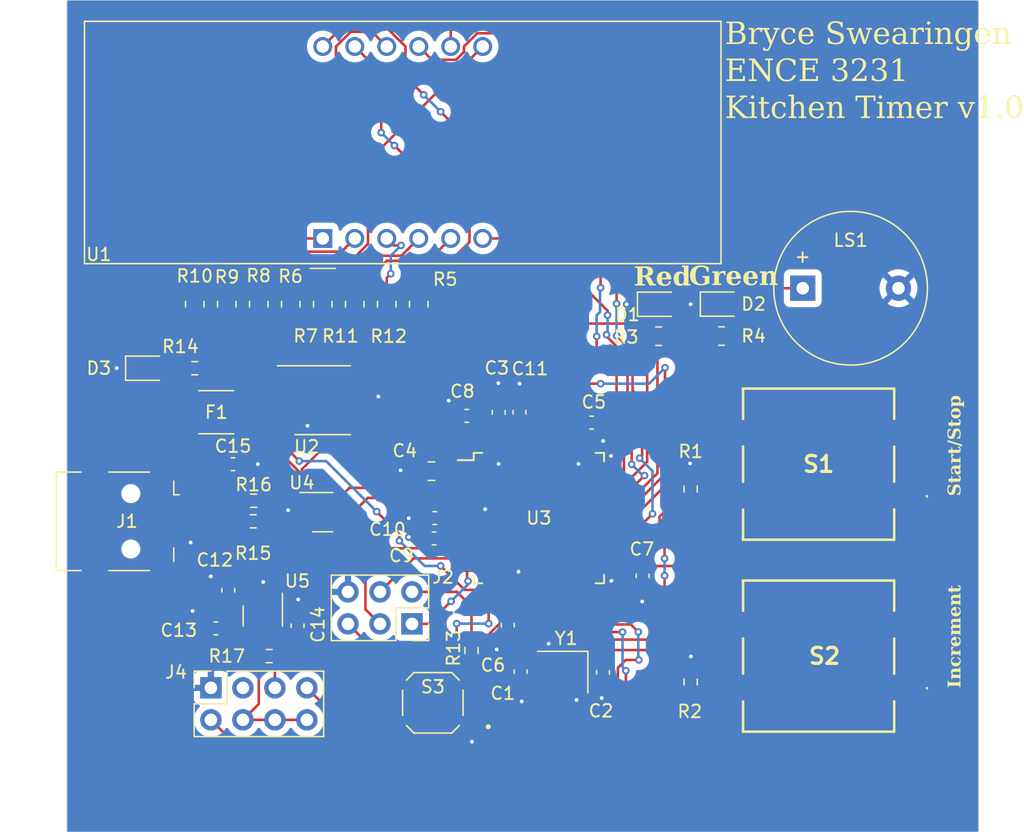
<source format=kicad_pcb>
(kicad_pcb (version 20221018) (generator pcbnew)
  (title_block (date "mar. 31 mars 2015"))
  (layers (0 "F.Cu" signal) (31 "B.Cu" signal) (34 "B.Paste" user) (35 "F.Paste" user) (36 "B.SilkS" user "B.Silkscreen") (37 "F.SilkS" user "F.Silkscreen") (38 "B.Mask" user) (39 "F.Mask" user) (44 "Edge.Cuts" user))
  (net 0 "")
  (net 1 "GND")
  (net 2 "+5V")
  (net 3 "/AREF")
  (net 4 "Buzzer")
  (net 5 "+3V3")
  (net 6 "Net-(D1-A)")
  (net 7 "Net-(D2-A)")
  (net 8 "GREEN_LED")
  (net 9 "e")
  (net 10 "Net-(U1-e)")
  (net 11 "Net-(D3-A)")
  (net 12 "dp")
  (net 13 "Net-(U1-DPX)")
  (net 14 "g")
  (net 15 "Net-(U1-g)")
  (net 16 "f")
  (net 17 "Net-(U1-f)")
  (net 18 "d")
  (net 19 "Net-(U1-d)")
  (net 20 "c")
  (net 21 "Net-(U1-c)")
  (net 22 "RED_LED")
  (net 23 "b")
  (net 24 "Net-(U1-b)")
  (net 25 "a")
  (net 26 "Net-(U1-a)")
  (net 27 "Button_1")
  (net 28 "Button_2")
  (net 29 "Net-(J4-Pin_5)")
  (net 30 "USB_CONN_D-")
  (net 31 "Net-(J1-D-)")
  (net 32 "Net-(J1-D+)")
  (net 33 "USB_CONN_D+")
  (net 34 "RST")
  (net 35 "USB_D+")
  (net 36 "USB_D-")
  (net 37 "Net-(U5-BP)")
  (net 39 "SH_CP")
  (net 40 "ST_CP")
  (net 41 "DS")
  (net 42 "/UCAP")
  (net 44 "SCK")
  (net 45 "MOSI")
  (net 46 "MISO")
  (net 47 "Dig3")
  (net 48 "XTAL2")
  (net 49 "XTAL1")
  (net 50 "TX")
  (net 51 "RX")
  (net 53 "Dig2")
  (net 54 "Dig4")
  (net 55 "Dig1")
  (net 62 "Net-(J1-VBUS)")
  (net 64 "unconnected-(J1-Shield-Pad6)")
  (footprint "Resistor_SMD:R_0805_2012Metric" (layer "F.Cu") (at 86.83 44.16 90)
    (fp_text reference "R12")
    (fp_text value "100")
  )
  (footprint "Resistor_SMD:R_0805_2012Metric" (layer "F.Cu") (at 74.13 44.16 90)
    (fp_text reference "R9")
    (fp_text value "100")
  )
  (footprint "PTS526_SMD_Button:PTS526_SMD_Button" (layer "F.Cu") (at 90.489992 75.808313 180)
    (fp_text reference "S3")
    (fp_text value "PTS526_SM08_SMTR2_LFS")
  )
  (footprint "Resistor_SMD:R_0603_1608Metric" (layer "F.Cu") (at 71.59 49.24 180)
    (fp_text reference "R14")
    (fp_text value "1k")
  )
  (footprint "Resistor_SMD:R_0805_2012Metric" (layer "F.Cu") (at 89.37 44.16 90)
    (fp_text reference "R5")
    (fp_text value "100")
  )
  (footprint "Package_SO:TSSOP-16_4.4x5mm_P0.65mm" (layer "F.Cu") (at 81.75 51.78)
    (fp_text reference "U2")
    (fp_text value "74HC595")
  )
  (footprint "Buzzer_Beeper:Buzzer_12x9.5RM7.6" (layer "F.Cu") (at 119.86 42.89)
    (fp_text reference "LS1")
    (fp_text value "Speaker")
  )
  (footprint "Capacitor_SMD:C_0603_1608Metric" (layer "F.Cu") (at 74.247873 66.863314 90)
    (fp_text reference "C12")
    (fp_text value "1uF")
  )
  (footprint "Capacitor_SMD:C_0603_1608Metric" (layer "F.Cu") (at 93.18 53.025 180)
    (fp_text reference "C8")
    (fp_text value "0.1uF")
  )
  (footprint "Connector_PinSocket_2.54mm:PinSocket_2x04_P2.54mm_Vertical" (layer "F.Cu") (at 72.87 74.62 90)
    (fp_text reference "J4")
    (fp_text value "ESP_Conn")
  )
  (footprint "Fuse:Fuse_1812_4532Metric" (layer "F.Cu") (at 73.296984 52.735557)
    (fp_text reference "F1")
    (fp_text value "PTCSMD")
  )
  (footprint "LED_SMD:LED_0805_2012Metric" (layer "F.Cu") (at 67.78 49.24)
    (fp_text reference "D3")
    (fp_text value "LED")
  )
  (footprint "Package_TO_SOT_SMD:SOT-23-6" (layer "F.Cu") (at 81.75 60.67)
    (fp_text reference "U4")
    (fp_text value "USBLC6-2SC6")
  )
  (footprint "Resistor_SMD:R_0603_1608Metric" (layer "F.Cu") (at 77.495 72.1)
    (fp_text reference "R17")
    (fp_text value "10k")
  )
  (footprint "Crystal:Crystal_SMD_Abracon_ABM8G-4Pin_3.2x2.5mm" (layer "F.Cu") (at 100.8 73.37 180)
    (fp_text reference "Y1")
    (fp_text value "16MHz")
  )
  (footprint "Capacitor_SMD:C_0603_1608Metric" (layer "F.Cu") (at 95.72 52.745 90)
    (fp_text reference "C3")
    (fp_text value "0.1uF")
  )
  (footprint "Capacitor_SMD:C_0805_2012Metric" (layer "F.Cu") (at 90.379126 57.416113 180)
    (fp_text reference "C4")
    (fp_text value "10uF")
  )
  (footprint "Connector_PinSocket_2.54mm:PinSocket_2x03_P2.54mm_Vertical" (layer "F.Cu") (at 88.832554 69.54 -90)
    (fp_text reference "J2")
    (fp_text value "AVR-ISP-6")
  )
  (footprint "Resistor_SMD:R_0603_1608Metric" (layer "F.Cu") (at 110.96 58.836827 90)
    (fp_text reference "R1")
    (fp_text value "10k")
  )
  (footprint "Resistor_SMD:R_0805_2012Metric" (layer "F.Cu") (at 81.75 44.16 90)
    (fp_text reference "R7")
    (fp_text value "100")
  )
  (footprint "Capacitor_SMD:C_0603_1608Metric" (layer "F.Cu") (at 79.748645 69.689421 90)
    (fp_text reference "C14")
    (fp_text value "2.2uF")
  )
  (footprint "Capacitor_SMD:C_0603_1608Metric" (layer "F.Cu") (at 74.625 56.86)
    (fp_text reference "C15")
    (fp_text value "0.1uF")
  )
  (footprint "Resistor_SMD:R_0805_2012Metric" (layer "F.Cu") (at 71.59 44.16 90)
    (fp_text reference "R10")
    (fp_text value "100")
  )
  (footprint "Resistor_SMD:R_0805_2012Metric" (layer "F.Cu") (at 108.42 46.7)
    (fp_text reference "R3")
    (fp_text value "330")
  )
  (footprint "Resistor_SMD:R_0603_1608Metric" (layer "F.Cu") (at 76.260992 59.761119 180)
    (fp_text reference "R16")
    (fp_text value "22")
  )
  (footprint "Resistor_SMD:R_0603_1608Metric" (layer "F.Cu") (at 110.96 74.155 90)
    (fp_text reference "R2")
    (fp_text value "10k")
  )
  (footprint "Resistor_SMD:R_0805_2012Metric" (layer "F.Cu") (at 76.67 44.16 90)
    (fp_text reference "R8")
    (fp_text value "100")
  )
  (footprint "Capacitor_SMD:C_0603_1608Metric" (layer "F.Cu") (at 90.584836 62.759308 180)
    (fp_text reference "C9")
    (fp_text value "0.1uF")
  )
  (footprint "Connector_USB:USB_Mini-B_Lumberg_2486_01_Horizontal" (layer "F.Cu") (at 66.51 61.396883 -90)
    (fp_text reference "J1")
    (fp_text value "USB_B_Mini")
  )
  (footprint "Capacitor_SMD:C_0603_1608Metric" (layer "F.Cu") (at 97.367029 52.733329 90)
    (fp_text reference "C11")
    (fp_text value "0.1uF")
  )
  (footprint "LED_SMD:LED_0805_2012Metric" (layer "F.Cu") (at 108.42 44.16)
    (fp_text reference "D1")
    (fp_text value "LED")
  )
  (footprint "Capacitor_SMD:C_0603_1608Metric" (layer "F.Cu") (at 90.64 61.14 180)
    (fp_text reference "C10")
    (fp_text value "1uF")
  )
  (footprint "Capacitor_SMD:C_0603_1608Metric" (layer "F.Cu") (at 103.093821 53.558415)
    (fp_text reference "C5")
    (fp_text value "0.1uF")
  )
  (footprint "Package_TO_SOT_SMD:SOT-23-5" (layer "F.Cu") (at 76.99 68.913035 -90)
    (fp_text reference "U5")
    (fp_text value "LP2985_3.3v")
  )
  (footprint "PTS125_SMD_Button:PTS125_SMD_Button" (layer "F.Cu") (at 121.12 72.1 180)
    (fp_text reference "S2")
    (fp_text value "PTS125SM43SMTR21M_LFS" hide)
  )
  (footprint "Capacitor_SMD:C_0603_1608Metric" (layer "F.Cu") (at 73.261209 69.904166 180)
    (fp_text reference "C13")
    (fp_text value "10nF")
  )
  (footprint "Resistor_SMD:R_0805_2012Metric" (layer "F.Cu") (at 79.21 44.16 90)
    (fp_text reference "R6")
    (fp_text value "100")
  )
  (footprint "Package_QFP:TQFP-44_10x10mm_P0.8mm" (layer "F.Cu") (at 98.91 61.14)
    (fp_text reference "U3")
    (fp_text value "ATmega32U4-A")
  )
  (footprint "Resistor_SMD:R_0603_1608Metric" (layer "F.Cu") (at 76.225698 61.396883)
    (fp_text reference "R15")
    (fp_text value "22")
  )
  (footprint "PTS125_SMD_Button:PTS125_SMD_Button" (layer "F.Cu") (at 121.12 56.86 180)
    (fp_text reference "S1")
    (fp_text value "PTS125SM43SMTR21M_LFS" hide)
  )
  (footprint "Resistor_SMD:R_0805_2012Metric" (layer "F.Cu") (at 84.29 44.16 90)
    (fp_text reference "R11")
    (fp_text value "100")
  )
  (footprint "Resistor_SMD:R_0603_1608Metric" (layer "F.Cu") (at 93.56 71.655 -90)
    (fp_text reference "R13")
    (fp_text value "10k")
  )
  (footprint "Capacitor_SMD:C_0603_1608Metric" (layer "F.Cu") (at 104.000881 73.390415 -90)
    (fp_text reference "C2")
    (fp_text value "22pF")
  )
  (footprint "Capacitor_SMD:C_0603_1608Metric" (layer "F.Cu") (at 107.15 65.725 -90)
    (fp_text reference "C7")
    (fp_text value "0.1uF")
  )
  (footprint "Capacitor_SMD:C_0603_1608Metric" (layer "F.Cu") (at 97.46 73.33 -90)
    (fp_text reference "C1")
    (fp_text value "22pF")
  )
  (footprint "Capacitor_SMD:C_0603_1608Metric" (layer "F.Cu") (at 96.439204 69.644691 -90)
    (fp_text reference "C6")
    (fp_text value "0.1uF")
  )
  (footprint "Display_7Segment:CA56-12EWA" (layer "F.Cu") (at 81.75 38.9375 90)
    (fp_text reference "U1")
    (fp_text value "CA56-12EWA")
  )
  (footprint "Resistor_SMD:R_0805_2012Metric" (layer "F.Cu") (at 113.413084 46.68859)
    (fp_text reference "R4")
    (fp_text value "330")
  )
  (footprint "LED_SMD:LED_0805_2012Metric" (layer "F.Cu") (at 113.413084 44.14859)
    (fp_text reference "D2")
    (fp_text value "LED")
  )
  (gr_rect (start 61.43 20.03) (end 133.82 86.07) (stroke (width 0.05)) (fill none) (layer "Edge.Cuts"))
  (gr_text "Red" (at 106.444749 42.935045) (layer "F.SilkS") (effects (font (size 1.5 1.5) (thickness 0.2) bold) (justify left bottom)))
  (gr_text "Green" (at 110.819089 42.890623) (layer "F.SilkS") (effects (font (size 1.5 1.5) (thickness 0.2) bold) (justify left bottom)))
  (gr_text "Increment" (at 132.55 74.64 90) (layer "F.SilkS") (effects (font (size 1 1) (thickness 0.2) bold) (justify left bottom)))
  (gr_text "Start/Stop" (at 132.55 59.4 90) (layer "F.SilkS") (effects (font (size 1 1) (thickness 0.2) bold) (justify left bottom)))
  (gr_text "Bryce Swearingen\nENCE 3231\nKitchen Timer v1.0" (at 113.674041 29.676193) (layer "F.SilkS") (effects (font (size 1.75 1.75) (thickness 0.1)) (justify left bottom)))
  (segment (start 104.000881 74.165415) (end 104.000881 75.329416) (width 0.2032) (layer "F.Cu") (net 1))
  (segment (start 93.489992 77.658313) (end 93.489992 78.797461) (width 0.2032) (layer "F.Cu") (net 1))
  (segment (start 69.21 62.996883) (end 71.173925 62.996883) (width 0.2032) (layer "F.Cu") (net 1))
  (segment (start 79.748645 67.65285) (end 79.798568 67.602927) (width 0.2032) (layer "F.Cu") (net 1))
  (segment (start 94.545542 60.34) (end 94.640948 60.435406) (width 0.2032) (layer "F.Cu") (net 1))
  (segment (start 71.173925 62.996883) (end 71.260062 63.08302) (width 0.2032) (layer "F.Cu") (net 1))
  (segment (start 86.128513 51.455) (end 86.16249 51.488977) (width 0.2032) (layer "F.Cu") (net 1))
  (segment (start 80.6125 60.67) (end 79.166338 60.67) (width 0.2032) (layer "F.Cu") (net 1))
  (segment (start 95.71 55.44) (end 95.71 56.834738) (width 0.2032) (layer "F.Cu") (net 1))
  (segment (start 102.11 55.44) (end 102.11 56.790663) (width 0.2032) (layer "F.Cu") (net 1))
  (segment (start 65.401852 49.24) (end 65.395894 49.234042) (width 0.2032) (layer "F.Cu") (net 1))
  (segment (start 78.8875 54.055) (end 80.293178 54.055) (width 0.2032) (layer "F.Cu") (net 1))
  (segment (start 97.367029 51.958329) (end 97.367029 50.46935) (width 0.2032) (layer "F.Cu") (net 1))
  (segment (start 102.11 56.790663) (end 102.06073 56.839933) (width 0.2032) (layer "F.Cu") (net 1))
  (segment (start 96.439204 70.689917) (end 95.558975 71.570146) (width 0.2032) (layer "F.Cu") (net 1))
  (segment (start 110.96 73.33) (end 110.96 72.147596) (width 0.2032) (layer "F.Cu") (net 1))
  (segment (start 89.429126 57.416113) (end 87.997239 57.416113) (width 0.2032) (layer "F.Cu") (net 1))
  (segment (start 88.682534 62.759308) (end 88.578943 62.655717) (width 0.2032) (layer "F.Cu") (net 1))
  (segment (start 66.8425 49.24) (end 65.401852 49.24) (width 0.2032) (layer "F.Cu") (net 1))
  (segment (start 101.9 74.22) (end 101.9 75.577714) (width 0.2032) (layer "F.Cu") (net 1))
  (segment (start 104.61 65.14) (end 104.61 66.066816) (width 0.2032) (layer "F.Cu") (net 1))
  (segment (start 103.868821 54.878817) (end 104.010251 55.020247) (width 0.2032) (layer "F.Cu") (net 1))
  (segment (start 99.7 72.52) (end 99.7 71.134169) (width 0.2032) (layer "F.Cu") (net 1))
  (segment (start 92.405 53.025) (end 92.405 52.461055) (width 0.2032) (layer "F.Cu") (net 1))
  (segment (start 76.99 67.775535) (end 76.99 66.245929) (width 0.2032) (layer "F.Cu") (net 1))
  (segment (start 110.96 58.011827) (end 110.96 56.841386) (width 0.2032) (layer "F.Cu") (net 1))
  (segment (start 73.169272 66.088314) (end 72.855958 65.775) (width 0.2032) (layer "F.Cu") (net 1))
  (segment (start 93.21 60.34) (end 94.545542 60.34) (width 0.2032) (layer "F.Cu") (net 1))
  (segment (start 112.475584 44.14859) (end 110.97141 44.14859) (width 0.2032) (layer "F.Cu") (net 1))
  (segment (start 93.489992 78.797461) (end 93.590626 78.898095) (width 0.2032) (layer "F.Cu") (net 1))
  (segment (start 97.31 65.413256) (end 97.294241 65.397497) (width 0.2032) (layer "F.Cu") (net 1))
  (segment (start 89.809836 62.759308) (end 88.682534 62.759308) (width 0.2032) (layer "F.Cu") (net 1))
  (segment (start 84.6125 51.455) (end 86.128513 51.455) (width 0.2032) (layer "F.Cu") (net 1))
  (segment (start 104.61 56.230867) (end 104.633472 56.207395) (width 0.2032) (layer "F.Cu") (net 1))
  (segment (start 72.486209 69.904166) (end 72.486209 69.588392) (width 0.2032) (layer "F.Cu") (net 1))
  (segment (start 107.15 67.728829) (end 107.113526 67.765303) (width 0.2032) (layer "F.Cu") (net 1))
  (segment (start 104.61 57.14) (end 104.61 56.230867) (width 0.2032) (layer "F.Cu") (net 1))
  (segment (start 95.71 56.834738) (end 95.713149 56.837887) (width 0.2032) (layer "F.Cu") (net 1))
  (segment (start 76.590128 56.86) (end 76.594063 56.856065) (width 0.2032) (layer "F.Cu") (net 1))
  (segment (start 107.4825 44.16) (end 105.88 44.16) (width 0.2032) (layer "F.Cu") (net 1))
  (segment (start 88.587886 61.14) (end 88.578943 61.148943) (width 0.2032) (layer "F.Cu") (net 1))
  (segment (start 72.486209 69.588392) (end 71.414708 68.516891) (width 0.2032) (layer "F.Cu") (net 1))
  (segment (start 80.293178 54.055) (end 80.53309 53.815088) (width 0.2032) (layer "F.Cu") (net 1))
  (segment (start 104.61 66.066816) (end 104.665908 66.122724) (width 0.2032) (layer "F.Cu") (net 1))
  (segment (start 110.97141 44.14859) (end 110.96 44.16) (width 0.2032) (layer "F.Cu") (net 1))
  (segment (start 99.7 71.134169) (end 99.685392 71.119561) (width 0.2032) (layer "F.Cu") (net 1))
  (segment (start 97.31 66.84) (end 97.31 65.413256) (width 0.2032) (layer "F.Cu") (net 1))
  (segment (start 104.000881 75.329416) (end 103.897898 75.432399) (width 0.2032) (layer "F.Cu") (net 1))
  (segment (start 103.868821 53.558415) (end 103.868821 54.878817) (width 0.2032) (layer "F.Cu") (net 1))
  (segment (start 95.72 50.449831) (end 95.696311 50.426142) (width 0.2032) (layer "F.Cu") (net 1))
  (segment (start 79.166338 60.67) (end 79.004216 60.507878) (width 0.2032) (layer "F.Cu") (net 1))
  (segment (start 87.997239 57.416113) (end 87.929185 57.348059) (width 0.2032) (layer "F.Cu") (net 1))
  (segment (start 89.865 61.14) (end 88.587886 61.14) (width 0.2032) (layer "F.Cu") (net 1))
  (segment (start 101.9 75.577714) (end 101.898423 75.579291) (width 0.2032) (layer "F.Cu") (net 1))
  (segment (start 92.405 52.461055) (end 91.754027 51.810082) (width 0.2032) (layer "F.Cu") (net 1))
  (segment (start 110.96 72.147596) (end 110.977025 72.130571) (width 0.2032) (layer "F.Cu") (net 1))
  (segment (start 76.99 66.245929) (end 77.021524 66.214405) (width 0.2032) (layer "F.Cu") (net 1))
  (segment (start 97.46 74.105) (end 97.46 75.614339) (width 0.2032) (layer "F.Cu") (net 1))
  (segment (start 95.72 51.97) (end 95.72 50.449831) (width 0.2032) (layer "F.Cu") (net 1))
  (segment (start 79.748645 68.914421) (end 79.748645 67.65285) (width 0.2032) (layer "F.Cu") (net 1))
  (segment (start 74.247873 66.088314) (end 73.169272 66.088314) (width 0.2032) (layer "F.Cu") (net 1))
  (segment (start 97.46 75.614339) (end 97.546793 75.701132) (width 0.2032) (layer "F.Cu") (net 1))
  (segment (start 110.96 56.841386) (end 110.918302 56.799688) (width 0.2032) (layer "F.Cu") (net 1))
  (segment (start 107.15 66.5) (end 107.15 67.728829) (width 0.2032) (layer "F.Cu") (net 1))
  (segment (start 96.439204 70.419691) (end 96.439204 70.689917) (width 0.2032) (layer "F.Cu") (net 1))
  (segment (start 75.4 56.86) (end 76.590128 56.86) (width 0.2032) (layer "F.Cu") (net 1))
  (via (at 88.578943 61.148943) (size 0.6) (drill 0.3) (layers "F.Cu" "B.Cu") (net 1))
  (via (at 94.640948 60.435406) (size 0.6) (drill 0.3) (layers "F.Cu" "B.Cu") (net 1))
  (via (at 79.004216 60.507878) (size 0.6) (drill 0.3) (layers "F.Cu" "B.Cu") (net 1))
  (via (at 91.754027 51.810082) (size 0.6) (drill 0.3) (layers "F.Cu" "B.Cu") (net 1))
  (via (at 79.798568 67.602927) (size 0.6) (drill 0.3) (layers "F.Cu" "B.Cu") (net 1))
  (via (at 72.855958 65.775) (size 0.6) (drill 0.3) (layers "F.Cu" "B.Cu") (net 1))
  (via (at 65.395894 49.234042) (size 0.6) (drill 0.3) (layers "F.Cu" "B.Cu") (net 1))
  (via (at 71.414708 68.516891) (size 0.6) (drill 0.3) (layers "F.Cu" "B.Cu") (net 1))
  (via (at 110.977025 72.130571) (size 0.6) (drill 0.3) (layers "F.Cu" "B.Cu") (net 1))
  (via (at 101.898423 75.579291) (size 0.6) (drill 0.3) (layers "F.Cu" "B.Cu") (net 1))
  (via (at 76.594063 56.856065) (size 0.6) (drill 0.3) (layers "F.Cu" "B.Cu") (net 1))
  (via (at 99.685392 71.119561) (size 0.6) (drill 0.3) (layers "F.Cu" "B.Cu") (net 1))
  (via (at 87.929185 57.348059) (size 0.6) (drill 0.3) (layers "F.Cu" "B.Cu") (net 1))
  (via (at 97.546793 75.701132) (size 0.6) (drill 0.3) (layers "F.Cu" "B.Cu") (net 1))
  (via (at 104.010251 55.020247) (size 0.6) (drill 0.3) (layers "F.Cu" "B.Cu") (net 1))
  (via (at 77.021524 66.214405) (size 0.6) (drill 0.3) (layers "F.Cu" "B.Cu") (net 1))
  (via (at 104.665908 66.122724) (size 0.6) (drill 0.3) (layers "F.Cu" "B.Cu") (net 1))
  (via (at 105.88 44.16) (size 0.6) (drill 0.3) (layers "F.Cu" "B.Cu") (net 1))
  (via (at 71.260062 63.08302) (size 0.6) (drill 0.3) (layers "F.Cu" "B.Cu") (net 1))
  (via (at 110.96 44.16) (size 0.6) (drill 0.3) (layers "F.Cu" "B.Cu") (net 1))
  (via (at 97.294241 65.397497) (size 0.6) (drill 0.3) (layers "F.Cu" "B.Cu") (net 1))
  (via (at 110.918302 56.799688) (size 0.6) (drill 0.3) (layers "F.Cu" "B.Cu") (net 1))
  (via (at 107.113526 67.765303) (size 0.6) (drill 0.3) (layers "F.Cu" "B.Cu") (net 1))
  (via (at 95.696311 50.426142) (size 0.6) (drill 0.3) (layers "F.Cu" "B.Cu") (net 1))
  (via (at 93.590626 78.898095) (size 0.6) (drill 0.3) (layers "F.Cu" "B.Cu") (net 1))
  (via (at 88.578943 62.655717) (size 0.6) (drill 0.3) (layers "F.Cu" "B.Cu") (net 1))
  (via (at 102.06073 56.839933) (size 0.6) (drill 0.3) (layers "F.Cu" "B.Cu") (net 1))
  (via (at 95.558975 71.570146) (size 0.6) (drill 0.3) (layers "F.Cu" "B.Cu") (net 1))
  (via (at 86.16249 51.488977) (size 0.6) (drill 0.3) (layers "F.Cu" "B.Cu") (net 1))
  (via (at 104.633472 56.207395) (size 0.6) (drill 0.3) (layers "F.Cu" "B.Cu") (net 1))
  (via (at 95.713149 56.837887) (size 0.6) (drill 0.3) (layers "F.Cu" "B.Cu") (net 1))
  (via (at 80.53309 53.815088) (size 0.6) (drill 0.3) (layers "F.Cu" "B.Cu") (net 1))
  (via (at 97.367029 50.46935) (size 0.6) (drill 0.3) (layers "F.Cu" "B.Cu") (net 1))
  (via (at 103.897898 75.432399) (size 0.6) (drill 0.3) (layers "F.Cu" "B.Cu") (net 1))
  (segment (start 83.957052 49.505) (end 83.5734 49.888652) (width 0.2032) (layer "F.Cu") (net 2))
  (segment (start 83.5734 49.888652) (end 83.5734 53.021348) (width 0.2032) (layer "F.Cu") (net 2))
  (segment (start 91.853013 57.94) (end 93.21 57.94) (width 0.2032) (layer "F.Cu") (net 2))
  (segment (start 76.772333 65.612805) (end 77.270715 65.612805) (width 0.2032) (layer "F.Cu") (net 2))
  (segment (start 75.434484 53.017633) (end 80.093426 57.676574) (width 0.2032) (layer "F.Cu") (net 2))
  (segment (start 96.439204 68.869691) (end 94.478895 70.83) (width 0.2032) (layer "F.Cu") (net 2))
  (segment (start 93.21 57.94) (end 94.1632 57.94) (width 0.2032) (layer "F.Cu") (net 2))
  (segment (start 83.957052 53.405) (end 80.093426 57.268626) (width 0.2032) (layer "F.Cu") (net 2))
  (segment (start 83.957052 53.405) (end 84.6125 53.405) (width 0.2032) (layer "F.Cu") (net 2))
  (segment (start 107.15 64.95) (end 123.62 64.95) (width 0.2032) (layer "F.Cu") (net 2))
  (segment (start 95.242548 59.019348) (end 95.242548 61.577452) (width 0.2032) (layer "F.Cu") (net 2))
  (segment (start 93.21 61.94) (end 92.179144 61.94) (width 0.2032) (layer "F.Cu") (net 2))
  (segment (start 88.965 53.405) (end 91.329126 55.769126) (width 0.2032) (layer "F.Cu") (net 2))
  (segment (start 93.56 68.16) (end 93.56 70.83) (width 0.2032) (layer "F.Cu") (net 2))
  (segment (start 95.242548 59.019348) (end 100.732106 59.019348) (width 0.2032) (layer "F.Cu") (net 2))
  (segment (start 75.434484 52.735557) (end 75.434484 53.017633) (width 0.2032) (layer "F.Cu") (net 2))
  (segment (start 76.04 66.345138) (end 76.772333 65.612805) (width 0.2032) (layer "F.Cu") (net 2))
  (segment (start 84.6125 49.505) (end 83.957052 49.505) (width 0.2032) (layer "F.Cu") (net 2))
  (segment (start 82.8875 60.67) (end 82.189541 60.67) (width 0.2032) (layer "F.Cu") (net 2))
  (segment (start 80.093426 57.268626) (end 80.093426 57.676574) (width 0.2032) (layer "F.Cu") (net 2))
  (segment (start 95.72 53.52) (end 94.91 54.33) (width 0.2032) (layer "F.Cu") (net 2))
  (segment (start 94.91 54.33) (end 94.91 55.44) (width 0.2032) (layer "F.Cu") (net 2))
  (segment (start 81.5766 61.282941) (end 81.5766 64.138935) (width 0.2032) (layer "F.Cu") (net 2))
  (segment (start 93.955 53.025) (end 94.91 53.98) (width 0.2032) (layer "F.Cu") (net 2))
  (segment (start 81.640022 59.223171) (end 81.640022 59.773681) (width 0.2032) (layer "F.Cu") (net 2))
  (segment (start 106.54 64.34) (end 107.15 64.95) (width 0.2032) (layer "F.Cu") (net 2))
  (segment (start 102.91 56.841454) (end 102.91 55.44) (width 0.2032) (layer "F.Cu") (net 2))
  (segment (start 83.5734 53.021348) (end 83.957052 53.405) (width 0.2032) (layer "F.Cu") (net 2))
  (segment (start 80.093426 57.676574) (end 81.640022 59.223171) (width 0.2032) (layer "F.Cu") (net 2))
  (segment (start 97.28 64.34) (end 104.61 64.34) (width 0.2032) (layer "F.Cu") (net 2))
  (segment (start 84.6125 53.405) (end 88.965 53.405) (width 0.2032) (layer "F.Cu") (net 2))
  (segment (start 94.88 61.94) (end 93.21 61.94) (width 0.2032) (layer "F.Cu") (net 2))
  (segment (start 72.415 49.716073) (end 75.434484 52.735557) (width 0.2032) (layer "F.Cu") (net 2))
  (segment (start 96.51 67.93) (end 96.439204 68.000796) (width 0.2032) (layer "F.Cu") (net 2))
  (segment (start 94.91 53.98) (end 94.91 55.44) (width 0.2032) (layer "F.Cu") (net 2))
  (segment (start 96.51 63.57) (end 96.51 66.84) (width 0.2032) (layer "F.Cu") (net 2))
  (segment (start 94.478895 70.83) (end 93.56 70.83) (width 0.2032) (layer "F.Cu") (net 2))
  (segment (start 88.832554 67) (end 92.36 67) (width 0.2032) (layer "F.Cu") (net 2))
  (segment (start 82.536341 60.67) (end 82.8875 60.67) (width 0.2032) (layer "F.Cu") (net 2))
  (segment (start 94.1632 57.94) (end 95.242548 59.019348) (width 0.2032) (layer "F.Cu") (net 2))
  (segment (start 82.189541 60.67) (end 81.5766 61.282941) (width 0.2032) (layer "F.Cu") (net 2))
  (segment (start 102.91 54.149594) (end 102.318821 53.558415) (width 0.2032) (layer "F.Cu") (net 2))
  (segment (start 91.329126 55.769126) (end 91.329126 57.416113) (width 0.2032) (layer "F.Cu") (net 2))
  (segment (start 96.51 63.57) (end 97.28 64.34) (width 0.2032) (layer "F.Cu") (net 2))
  (segment (start 96.439204 68.000796) (end 96.439204 68.869691) (width 0.2032) (layer "F.Cu") (net 2))
  (segment (start 75.434484 52.735557) (end 73.85 54.320041) (width 0.2032) (layer "F.Cu") (net 2))
  (segment (start 92.179144 61.94) (end 91.359836 62.759308) (width 0.2032) (layer "F.Cu") (net 2))
  (segment (start 81.5766 64.138935) (end 77.94 67.775535) (width 0.2032) (layer "F.Cu") (net 2))
  (segment (start 72.415 49.24) (end 72.415 49.716073) (width 0.2032) (layer "F.Cu") (net 2))
  (segment (start 77.94 66.28209) (end 77.94 67.775535) (width 0.2032) (layer "F.Cu") (net 2))
  (segment (start 104.61 64.34) (end 106.54 64.34) (width 0.2032) (layer "F.Cu") (net 2))
  (segment (start 92.36 67) (end 92.38 66.98) (width 0.2032) (layer "F.Cu") (net 2))
  (segment (start 77.270715 65.612805) (end 77.94 66.28209) (width 0.2032) (layer "F.Cu") (net 2))
  (segment (start 76.04 67.775535) (end 76.04 66.345138) (width 0.2032) (layer "F.Cu") (net 2))
  (segment (start 94.91 57.1932) (end 94.91 55.44) (width 0.2032) (layer "F.Cu") (net 2))
  (segment (start 74.247873 67.638314) (end 75.902779 67.638314) (width 0.2032) (layer "F.Cu") (net 2))
  (segment (start 73.85 54.320041) (end 73.85 56.86) (width 0.2032) (layer "F.Cu") (net 2))
  (segment (start 92.38 66.98) (end 93.56 68.16) (width 0.2032) (layer "F.Cu") (net 2))
  (segment (start 123.62 64.95) (end 123.62 59.01) (width 0.2032) (layer "F.Cu") (net 2))
  (segment (start 75.902779 67.638314) (end 76.04 67.775535) (width 0.2032) (layer "F.Cu") (net 2))
  (segment (start 91.329126 57.416113) (end 91.853013 57.94) (width 0.2032) (layer "F.Cu") (net 2))
  (segment (start 81.640022 59.773681) (end 82.536341 60.67) (width 0.2032) (layer "F.Cu") (net 2))
  (segment (start 94.88 61.94) (end 96.51 63.57) (width 0.2032) (layer "F.Cu") (net 2))
  (segment (start 123.62 64.95) (end 128.27 69.6) (width 0.2032) (layer "F.Cu") (net 2))
  (segment (start 94.1632 57.94) (end 94.91 57.1932) (width 0.2032) (layer "F.Cu") (net 2))
  (segment (start 100.732106 59.019348) (end 102.91 56.841454) (width 0.2032) (layer "F.Cu") (net 2))
  (segment (start 123.62 59.01) (end 128.27 54.36) (width 0.2032) (layer "F.Cu") (net 2))
  (segment (start 95.242548 61.577452) (end 94.88 61.94) (width 0.2032) (layer "F.Cu") (net 2))
  (segment (start 96.51 66.84) (end 96.51 67.93) (width 0.2032) (layer "F.Cu") (net 2))
  (segment (start 102.91 55.44) (end 102.91 54.149594) (width 0.2032) (layer "F.Cu") (net 2))
  (segment (start 97.367029 53.508329) (end 96.51 54.365358) (width 0.2032) (layer "F.Cu") (net 3))
  (segment (start 96.51 54.365358) (end 96.51 55.44) (width 0.2032) (layer "F.Cu") (net 3))
  (segment (start 110.316702 43.857302) (end 111.354291 42.819713) (width 0.2032) (layer "F.Cu") (net 4))
  (segment (start 110.316702 57.186498) (end 110.316702 43.857302) (width 0.2032) (layer "F.Cu") (net 4))
  (segment (start 104.61 61.94) (end 105.5632 61.94) (width 0.2032) (layer "F.Cu") (net 4))
  (segment (start 111.354291 42.819713) (end 116.724191 42.819713) (width 0.2032) (layer "F.Cu") (net 4))
  (segment (start 105.5632 61.94) (end 110.316702 57.186498) (width 0.2032) (layer "F.Cu") (net 4))
  (segment (start 116.724191 42.819713) (end 116.794478 42.89) (width 0.2032) (layer "F.Cu") (net 4))
  (segment (start 116.794478 42.89) (end 119.86 42.89) (width 0.2032) (layer "F.Cu") (net 4))
  (segment (start 76.67 75.9) (end 75.41 77.16) (width 0.2032) (layer "F.Cu") (net 5))
  (segment (start 77.95 77.16) (end 75.41 77.16) (width 0.2032) (layer "F.Cu") (net 5))
  (segment (start 77.94 70.83) (end 77.94 70.050535) (width 0.2032) (layer "F.Cu") (net 5))
  (segment (start 77.94 70.050535) (end 79.334759 70.050535) (width 0.2032) (layer "F.Cu") (net 5))
  (segment (start 79.334759 70.050535) (end 79.748645 70.464421) (width 0.2032) (layer "F.Cu") (net 5))
  (segment (start 76.67 72.1) (end 76.67 75.9) (width 0.2032) (layer "F.Cu") (net 5))
  (segment (start 76.67 72.1) (end 77.94 70.83) (width 0.2032) (layer "F.Cu") (net 5))
  (segment (start 80.49 77.16) (end 77.95 77.16) (width 0.2032) (layer "F.Cu") (net 5))
  (segment (start 109.3575 46.675) (end 109.3575 44.16) (width 0.2032) (layer "F.Cu") (net 6))
  (segment (start 109.3325 46.7) (end 109.3575 46.675) (width 0.2032) (layer "F.Cu") (net 6))
  (segment (start 114.325584 44.17359) (end 114.350584 44.14859) (width 0.2032) (layer "F.Cu") (net 7))
  (segment (start 114.325584 46.68859) (end 114.325584 44.17359) (width 0.2032) (layer "F.Cu") (net 7))
  (segment (start 108.1168 63.54) (end 108.4868 63.17) (width 0.2032) (layer "F.Cu") (net 8))
  (segment (start 112.500584 46.68859) (end 112.500584 57.655613) (width 0.2032) (layer "F.Cu") (net 8))
  (segment (start 112.500584 57.655613) (end 111.44277 58.713427) (width 0.2032) (layer "F.Cu") (net 8))
  (segment (start 104.61 63.54) (end 108.1168 63.54) (width 0.2032) (layer "F.Cu") (net 8))
  (segment (start 108.4868 61.0332) (end 108.89 60.63) (width 0.2032) (layer "F.Cu") (net 8))
  (segment (start 108.4868 63.17) (end 108.4868 61.0332) (width 0.2032) (layer "F.Cu") (net 8))
  (segment (start 108.89 60.63) (end 108.89 60.300657) (width 0.2032) (layer "F.Cu") (net 8))
  (segment (start 111.44277 58.713427) (end 110.47723 58.713427) (width 0.2032) (layer "F.Cu") (net 8))
  (segment (start 108.89 60.300657) (end 110.47723 58.713427) (width 0.2032) (layer "F.Cu") (net 8))
  (segment (start 78.8875 51.455) (end 78.232052 51.455) (width 0.2032) (layer "F.Cu") (net 9))
  (segment (start 74.13 47.352948) (end 74.13 45.0725) (width 0.2032) (layer "F.Cu") (net 9))
  (segment (start 78.232052 51.455) (end 74.13 47.352948) (width 0.2032) (layer "F.Cu") (net 9))
  (segment (start 78.44 38.9375) (end 81.75 38.9375) (width 0.2032) (layer "F.Cu") (net 10))
  (segment (start 74.13 43.2475) (end 78.44 38.9375) (width 0.2032) (layer "F.Cu") (net 10))
  (segment (start 70.765 49.24) (end 68.7175 49.24) (width 0.2032) (layer "F.Cu") (net 11))
  (segment (start 79.542948 53.405) (end 83.1702 49.777748) (width 0.2032) (layer "F.Cu") (net 12))
  (segment (start 83.1702 48.7323) (end 86.83 45.0725) (width 0.2032) (layer "F.Cu") (net 12))
  (segment (start 83.1702 49.777748) (end 83.1702 48.7323) (width 0.2032) (layer "F.Cu") (net 12))
  (segment (start 78.8875 53.405) (end 79.542948 53.405) (width 0.2032) (layer "F.Cu") (net 12))
  (segment (start 87.385354 39.492854) (end 86.83 38.9375) (width 0.2032) (layer "F.Cu") (net 13))
  (segment (start 86.83 42.055597) (end 87.147662 41.737935) (width 0.2032) (layer "F.Cu") (net 13))
  (segment (start 86.83 43.2475) (end 86.83 42.055597) (width 0.2032) (layer "F.Cu") (net 13))
  (segment (start 87.964562 39.492854) (end 87.385354 39.492854) (width 0.2032) (layer "F.Cu") (net 13))
  (via (at 87.964562 39.492854) (size 0.6) (drill 0.3) (layers "F.Cu" "B.Cu") (net 13))
  (via (at 87.147662 41.737935) (size 0.6) (drill 0.3) (layers "F.Cu" "B.Cu") (net 13))
  (segment (start 87.147662 41.737935) (end 87.147662 40.309754) (width 0.2032) (layer "B.Cu") (net 13))
  (segment (start 87.147662 40.309754) (end 87.964562 39.492854) (width 0.2032) (layer "B.Cu") (net 13))
  (segment (start 78.8875 52.755) (end 79.542948 52.755) (width 0.2032) (layer "F.Cu") (net 14))
  (segment (start 79.542948 52.755) (end 82.767 49.530948) (width 0.2032) (layer "F.Cu") (net 14))
  (segment (start 82.767 46.5955) (end 84.29 45.0725) (width 0.2032) (layer "F.Cu") (net 14))
  (segment (start 82.767 49.530948) (end 82.767 46.5955) (width 0.2032) (layer "F.Cu") (net 14))
  (segment (start 86.8243 40.7132) (end 90.1343 40.7132) (width 0.2032) (layer "F.Cu") (net 15))
  (segment (start 90.1343 40.7132) (end 91.91 38.9375) (width 0.2032) (layer "F.Cu") (net 15))
  (segment (start 84.29 43.2475) (end 86.8243 40.7132) (width 0.2032) (layer "F.Cu") (net 15))
  (segment (start 78.232052 52.105) (end 71.59 45.462948) (width 0.2032) (layer "F.Cu") (net 16))
  (segment (start 71.59 45.462948) (end 71.59 45.0725) (width 0.2032) (layer "F.Cu") (net 16))
  (segment (start 78.8875 52.105) (end 78.232052 52.105) (width 0.2032) (layer "F.Cu") (net 16))
  (segment (start 82.8016 23.698713) (end 83.970313 22.53) (width 0.2032) (layer "F.Cu") (net 17))
  (segment (start 82.8016 32.0359) (end 82.8016 23.698713) (width 0.2032) (layer "F.Cu") (net 17))
  (segment (start 85.6625 22.53) (end 86.83 23.6975) (width 0.2032) (layer "F.Cu") (net 17))
  (segment (start 71.59 43.2475) (end 82.8016 32.0359) (width 0.2032) (layer "F.Cu") (net 17))
  (segment (start 83.970313 22.53) (end 85.6625 22.53) (width 0.2032) (layer "F.Cu") (net 17))
  (segment (start 76.67 49.242948) (end 76.67 45.0725) (width 0.2032) (layer "F.Cu") (net 18))
  (segment (start 78.232052 50.805) (end 76.67 49.242948) (width 0.2032) (layer "F.Cu") (net 18))
  (segment (start 78.8875 50.805) (end 78.232052 50.805) (width 0.2032) (layer "F.Cu") (net 18))
  (segment (start 83.2384 39.9891) (end 84.29 38.9375) (width 0.2032) (layer "F.Cu") (net 19))
  (segment (start 79.9284 39.9891) (end 83.2384 39.9891) (width 0.2032) (layer "F.Cu") (net 19))
  (segment (start 76.67 43.2475) (end 79.9284 39.9891) (width 0.2032) (layer "F.Cu") (net 19))
  (segment (start 78.8875 50.155) (end 79.542948 50.155) (width 0.2032) (layer "F.Cu") (net 20))
  (segment (start 79.542948 50.155) (end 81.75 47.947948) (width 0.2032) (layer "F.Cu") (net 20))
  (segment (start 81.75 47.947948) (end 81.75 45.0725) (width 0.2032) (layer "F.Cu") (net 20))
  (segment (start 84.974897 40.31) (end 87.9975 40.31) (width 0.2032) (layer "F.Cu") (net 21))
  (segment (start 87.9975 40.31) (end 89.37 38.9375) (width 0.2032) (layer "F.Cu") (net 21))
  (segment (start 81.75 43.2475) (end 82.037397 43.2475) (width 0.2032) (layer "F.Cu") (net 21))
  (segment (start 82.037397 43.2475) (end 84.974897 40.31) (width 0.2032) (layer "F.Cu") (net 21))
  (segment (start 105.4382 58.74) (end 107.5075 56.6707) (width 0.2032) (layer "F.Cu") (net 22))
  (segment (start 104.61 58.74) (end 105.4382 58.74) (width 0.2032) (layer "F.Cu") (net 22))
  (segment (start 107.5075 56.6707) (end 107.5075 46.7) (width 0.2032) (layer "F.Cu") (net 22))
  (segment (start 78.8875 49.505) (end 78.8875 45.395) (width 0.2032) (layer "F.Cu") (net 23))
  (segment (start 78.8875 45.395) (end 79.21 45.0725) (width 0.2032) (layer "F.Cu") (net 23))
  (segment (start 79.21 43.2475) (end 80.25742 43.2475) (width 0.2032) (layer "F.Cu") (net 24))
  (segment (start 84.322387 40.3923) (end 85.3416 39.373087) (width 0.2032) (layer "F.Cu") (net 24))
  (segment (start 85.3416 39.373087) (end 85.3416 32.8059) (width 0.2032) (layer "F.Cu") (net 24))
  (segment (start 85.3416 32.8059) (end 94.45 23.6975) (width 0.2032) (layer "F.Cu") (net 24))
  (segment (start 80.25742 43.2475) (end 83.11262 40.3923) (width 0.2032) (layer "F.Cu") (net 24))
  (segment (start 83.11262 40.3923) (end 84.322387 40.3923) (width 0.2032) (layer "F.Cu") (net 24))
  (segment (start 85.267948 50.155) (end 89.37 46.052948) (width 0.2032) (layer "F.Cu") (net 25))
  (segment (start 84.6125 50.155) (end 85.267948 50.155) (width 0.2032) (layer "F.Cu") (net 25))
  (segment (start 89.37 46.052948) (end 89.37 45.0725) (width 0.2032) (layer "F.Cu") (net 25))
  (segment (start 93.3984 39.2191) (end 93.3984 37.5184) (width 0.2032) (layer "F.Cu") (net 26))
  (segment (start 86.387991 25.795491) (end 84.29 23.6975) (width 0.2032) (layer "F.Cu") (net 26))
  (segment (start 93.3984 37.5184) (end 87.438792 31.558792) (width 0.2032) (layer "F.Cu") (net 26))
  (segment (start 86.387991 30.531117) (end 86.387991 25.795491) (width 0.2032) (layer "F.Cu") (net 26))
  (segment (start 89.37 43.2475) (end 93.3984 39.2191) (width 0.2032) (layer "F.Cu") (net 26))
  (via (at 86.387991 30.531117) (size 0.6) (drill 0.3) (layers "F.Cu" "B.Cu") (net 26))
  (via (at 87.438792 31.558792) (size 0.6) (drill 0.3) (layers "F.Cu" "B.Cu") (net 26))
  (segment (start 87.415666 31.558792) (end 86.387991 30.531117) (width 0.2032) (layer "B.Cu") (net 26))
  (segment (start 87.438792 31.558792) (end 87.415666 31.558792) (width 0.2032) (layer "B.Cu") (net 26))
  (segment (start 100.51 66.84) (end 100.51 68.65659) (width 0.2032) (layer "F.Cu") (net 27))
  (segment (start 113.97 59.36) (end 111.261827 59.36) (width 0.2032) (layer "F.Cu") (net 27))
  (segment (start 111.261827 59.36) (end 110.96 59.661827) (width 0.2032) (layer "F.Cu") (net 27))
  (segment (start 102.64341 70.79) (end 107.62 70.79) (width 0.2032) (layer "F.Cu") (net 27))
  (segment (start 108.89 69.52) (end 108.89 65.71) (width 0.2032) (layer "F.Cu") (net 27))
  (segment (start 110.96 59.661827) (end 108.89 61.731827) (width 0.2032) (layer "F.Cu") (net 27))
  (segment (start 107.62 70.79) (end 108.89 69.52) (width 0.2032) (layer "F.Cu") (net 27))
  (segment (start 108.89 61.731827) (end 108.89 64.3489) (width 0.2032) (layer "F.Cu") (net 27))
  (segment (start 100.51 68.65659) (end 102.64341 70.79) (width 0.2032) (layer "F.Cu") (net 27))
  (via (at 108.89 64.3489) (size 0.6) (drill 0.3) (layers "F.Cu" "B.Cu") (net 27))
  (via (at 108.89 65.71) (size 0.6) (drill 0.3) (layers "F.Cu" "B.Cu") (net 27))
  (segment (start 108.89 64.3489) (end 108.89 65.71) (width 0.2032) (layer "B.Cu") (net 27))
  (segment (start 99.71 68.4268) (end 102.9016 71.6184) (width 0.2032) (layer "F.Cu") (net 28))
  (segment (start 111.34 74.6) (end 110.96 74.98) (width 0.2032) (layer "F.Cu") (net 28))
  (segment (start 107.5984 71.6184) (end 110.96 74.98) (width 0.2032) (layer "F.Cu") (net 28))
  (segment (start 102.9016 71.6184) (end 107.5984 71.6184) (width 0.2032) (layer "F.Cu") (net 28))
  (segment (start 113.97 74.6) (end 111.34 74.6) (width 0.2032) (layer "F.Cu") (net 28))
  (segment (start 99.71 66.84) (end 99.71 68.4268) (width 0.2032) (layer "F.Cu") (net 28))
  (segment (start 77.95 72.47) (end 77.95 74.62) (width 0.2032) (layer "F.Cu") (net 29))
  (segment (start 78.32 72.1) (end 77.95 72.47) (width 0.2032) (layer "F.Cu") (net 29))
  (segment (start 77.085992 59.761119) (end 80.571381 59.761119) (width 0.2032) (layer "F.Cu") (net 30))
  (segment (start 80.571381 59.761119) (end 80.6125 59.72) (width 0.2032) (layer "F.Cu") (net 30))
  (segment (start 74.600228 60.596883) (end 69.21 60.596883) (width 0.2032) (layer "F.Cu") (net 31))
  (segment (start 75.435992 59.761119) (end 74.600228 60.596883) (width 0.2032) (layer "F.Cu") (net 31))
  (segment (start 75.400698 61.396883) (end 69.21 61.396883) (width 0.2032) (layer "F.Cu") (net 32))
  (segment (start 77.273815 61.62) (end 80.6125 61.62) (width 0.2032) (layer "F.Cu") (net 33))
  (segment (start 77.050698 61.396883) (end 77.273815 61.62) (width 0.2032) (layer "F.Cu") (net 33))
  (segment (start 95.71 66.84) (end 95.71 67.7932) (width 0.2032) (layer "F.Cu") (net 34))
  (segment (start 94.92 68.5832) (end 94.92 69.52) (width 0.2032) (layer "F.Cu") (net 34))
  (segment (start 92.38 72.48) (end 86.692554 72.48) (width 0.2032) (layer "F.Cu") (net 34))
  (segment (start 93.56 72.48) (end 92.38 72.48) (width 0.2032) (layer "F.Cu") (net 34))
  (segment (start 95.71 67.7932) (end 94.92 68.5832) (width 0.2032) (layer "F.Cu") (net 34))
  (segment (start 93.489992 72.550008) (end 93.56 72.48) (width 0.2032) (layer "F.Cu") (net 34))
  (segment (start 86.692554 72.48) (end 83.752554 69.54) (width 0.2032) (layer "F.Cu") (net 34))
  (segment (start 92.38 69.52) (end 92.38 72.48) (width 0.2032) (layer "F.Cu") (net 34))
  (segment (start 93.489992 73.958313) (end 93.489992 72.550008) (width 0.2032) (layer "F.Cu") (net 34))
  (via (at 94.92 69.52) (size 0.6) (drill 0.3) (layers "F.Cu" "B.Cu") (net 34))
  (via (at 92.38 69.52) (size 0.6) (drill 0.3) (layers "F.Cu" "B.Cu") (net 34))
  (segment (start 94.92 69.52) (end 92.38 69.52) (width 0.2032) (layer "B.Cu") (net 34))
  (segment (start 82.8875 61.62) (end 83.238659 61.62) (width 0.2032) (layer "F.Cu") (net 35))
  (segment (start 85.318659 59.54) (end 93.21 59.54) (width 0.2032) (layer "F.Cu") (net 35))
  (segment (start 83.238659 61.62) (end 85.318659 59.54) (width 0.2032) (layer "F.Cu") (net 35))
  (segment (start 82.8875 59.72) (end 83.8675 58.74) (width 0.2032) (layer "F.Cu") (net 36))
  (segment (start 83.8675 58.74) (end 93.21 58.74) (width 0.2032) (layer "F.Cu") (net 36))
  (segment (start 75.893631 69.904166) (end 76.04 70.050535) (width 0.2032) (layer "F.Cu") (net 37))
  (segment (start 74.036209 69.904166) (end 75.893631 69.904166) (width 0.2032) (layer "F.Cu") (net 37))
  (segment (start 89.55 53.0018) (end 93.21 56.6618) (width 0.2032) (layer "F.Cu") (net 39))
  (segment (start 85.7832 52.755) (end 86.03 53.0018) (width 0.2032) (layer "F.Cu") (net 39))
  (segment (start 93.21 56.6618) (end 93.21 57.14) (width 0.2032) (layer "F.Cu") (net 39))
  (segment (start 86.03 53.0018) (end 89.55 53.0018) (width 0.2032) (layer "F.Cu") (net 39))
  (segment (start 84.6125 52.755) (end 85.7832 52.755) (width 0.2032) (layer "F.Cu") (net 39))
  (segment (start 100.075083 50.47) (end 97.823483 52.7216) (width 0.2032) (layer "F.Cu") (net 40))
  (segment (start 108.9227 51.74) (end 108.9227 49.2) (width 0.2032) (layer "F.Cu") (net 40))
  (segment (start 86.905281 52.105) (end 84.6125 52.105) (width 0.2032) (layer "F.Cu") (net 40))
  (segment (start 103.81 50.47) (end 100.075083 50.47) (width 0.2032) (layer "F.Cu") (net 40))
  (segment (start 108.9227 57.6555) (end 108.9227 51.74) (width 0.2032) (layer "F.Cu") (net 40))
  (segment (start 93.000275 50.47) (end 88.540281 50.47) (width 0.2032) (layer "F.Cu") (net 40))
  (segment (start 105.4382 61.14) (end 108.9227 57.6555) (width 0.2032) (layer "F.Cu") (net 40))
  (segment (start 95.251875 52.7216) (end 93.000275 50.47) (width 0.2032) (layer "F.Cu") (net 40))
  (segment (start 97.823483 52.7216) (end 95.251875 52.7216) (width 0.2032) (layer "F.Cu") (net 40))
  (segment (start 104.61 61.14) (end 105.4382 61.14) (width 0.2032) (layer "F.Cu") (net 40))
  (segment (start 88.540281 50.47) (end 86.905281 52.105) (width 0.2032) (layer "F.Cu") (net 40))
  (via (at 108.9227 49.2) (size 0.6) (drill 0.3) (layers "F.Cu" "B.Cu") (net 40))
  (via (at 103.81 50.47) (size 0.6) (drill 0.3) (layers "F.Cu" "B.Cu") (net 40))
  (segment (start 107.6527 50.47) (end 103.81 50.47) (width 0.2032) (layer "B.Cu") (net 40))
  (segment (start 108.9227 49.2) (end 107.6527 50.47) (width 0.2032) (layer "B.Cu") (net 40))
  (segment (start 108.3216 46.02152) (end 107.99848 45.6984) (width 0.2032) (layer "F.Cu") (net 41))
  (segment (start 90.374548 45.6984) (end 85.267948 50.805) (width 0.2032) (layer "F.Cu") (net 41))
  (segment (start 85.267948 50.805) (end 84.6125 50.805) (width 0.2032) (layer "F.Cu") (net 41))
  (segment (start 107.99848 45.6984) (end 90.374548 45.6984) (width 0.2032) (layer "F.Cu") (net 41))
  (segment (start 105.5632 60.34) (end 108.3216 57.5816) (width 0.2032) (layer "F.Cu") (net 41))
  (segment (start 108.3216 57.5816) (end 108.3216 46.02152) (width 0.2032) (layer "F.Cu") (net 41))
  (segment (start 104.61 60.34) (end 105.5632 60.34) (width 0.2032) (layer "F.Cu") (net 41))
  (segment (start 91.415 61.14) (end 93.21 61.14) (width 0.2032) (layer "F.Cu") (net 42))
  (segment (start 85.140954 68.3884) (end 85.140954 65.329046) (width 0.2032) (layer "F.Cu") (net 44))
  (segment (start 86.93 63.54) (end 93.21 63.54) (width 0.2032) (layer "F.Cu") (net 44))
  (segment (start 85.140954 65.329046) (end 86.93 63.54) (width 0.2032) (layer "F.Cu") (net 44))
  (segment (start 86.292554 69.54) (end 85.140954 68.3884) (width 0.2032) (layer "F.Cu") (net 44))
  (segment (start 88.952554 64.34) (end 93.21 64.34) (width 0.2032) (layer "F.Cu") (net 45))
  (segment (start 86.292554 67) (end 88.952554 64.34) (width 0.2032) (layer "F.Cu") (net 45))
  (segment (start 93.21 66.071006) (end 93.283349 66.144355) (width 0.2032) (layer "F.Cu") (net 46))
  (segment (start 93.21 65.14) (end 93.21 66.071006) (width 0.2032) (layer "F.Cu") (net 46))
  (segment (start 90.144986 69.54) (end 88.832554 69.54) (width 0.2032) (layer "F.Cu") (net 46))
  (segment (start 91.936008 67.748978) (end 90.144986 69.54) (width 0.2032) (layer "F.Cu") (net 46))
  (via (at 91.936008 67.748978) (size 0.6) (drill 0.3) (layers "F.Cu" "B.Cu") (net 46))
  (via (at 93.283349 66.144355) (size 0.6) (drill 0.3) (layers "F.Cu" "B.Cu") (net 46))
  (segment (start 93.283349 66.144355) (end 93.283349 66.401637) (width 0.2032) (layer "B.Cu") (net 46))
  (segment (start 93.283349 66.401637) (end 91.936008 67.748978) (width 0.2032) (layer "B.Cu") (net 46))
  (segment (start 71.470537 46.22903) (end 77.8484 52.606893) (width 0.2032) (layer "F.Cu") (net 47))
  (segment (start 91.11 64.9411) (end 93.0089 66.84) (width 0.2032) (layer "F.Cu") (net 47))
  (segment (start 70.5884 25.2716) (end 70.5884 46.22903) (width 0.2032) (layer "F.Cu") (net 47))
  (segment (start 91.91 21.73) (end 92.38 21.26) (width 0.2032) (layer "F.Cu") (net 47))
  (segment (start 93.0089 66.84) (end 94.91 66.84) (width 0.2032) (layer "F.Cu") (net 47))
  (segment (start 74.6 21.26) (end 70.5884 25.2716) (width 0.2032) (layer "F.Cu") (net 47))
  (segment (start 87.831272 62.431272) (end 87.831272 62.9389) (width 0.2032) (layer "F.Cu") (net 47))
  (segment (start 86.03 60.63) (end 87.831272 62.431272) (width 0.2032) (layer "F.Cu") (net 47))
  (segment (start 77.8484 54.581462) (end 79.883469 56.616531) (width 0.2032) (layer "F.Cu") (net 47))
  (segment (start 91.91 23.6975) (end 91.91 21.73) (width 0.2032) (layer "F.Cu") (net 47))
  (segment (start 92.38 21.26) (end 74.6 21.26) (width 0.2032) (layer "F.Cu") (net 47))
  (segment (start 77.8484 52.606893) (end 77.8484 54.581462) (width 0.2032) (layer "F.Cu") (net 47))
  (segment (start 70.5884 46.22903) (end 71.470537 46.22903) (width 0.2032) (layer "F.Cu") (net 47))
  (via (at 91.11 64.9411) (size 0.6) (drill 0.3) (layers "F.Cu" "B.Cu") (net 47))
  (via (at 79.883469 56.616531) (size 0.6) (drill 0.3) (layers "F.Cu" "B.Cu") (net 47))
  (via (at 86.03 60.63) (size 0.6) (drill 0.3) (layers "F.Cu" "B.Cu") (net 47))
  (via (at 87.831272 62.9389) (size 0.6) (drill 0.3) (layers "F.Cu" "B.Cu") (net 47))
  (segment (start 87.831272 62.9389) (end 89.833472 64.9411) (width 0.2032) (layer "B.Cu") (net 47))
  (segment (start 89.833472 64.9411) (end 91.11 64.9411) (width 0.2032) (layer "B.Cu") (net 47))
  (segment (start 82.016531 56.616531) (end 86.03 60.63) (width 0.2032) (layer "B.Cu") (net 47))
  (segment (start 79.883469 56.616531) (end 82.016531 56.616531) (width 0.2032) (layer "B.Cu") (net 47))
  (segment (start 98.11 66.84) (end 98.11 71.905) (width 0.2032) (layer "F.Cu") (net 48))
  (segment (start 99.125 74.22) (end 99.7 74.22) (width 0.2032) (layer "F.Cu") (net 48))
  (segment (start 98.11 71.905) (end 97.46 72.555) (width 0.2032) (layer "F.Cu") (net 48))
  (segment (start 97.46 72.555) (end 99.125 74.22) (width 0.2032) (layer "F.Cu") (net 48))
  (segment (start 101.9 72.483378) (end 101.9 72.52) (width 0.2032) (layer "F.Cu") (net 49))
  (segment (start 98.91 66.84) (end 98.91 69.493378) (width 0.2032) (layer "F.Cu") (net 49))
  (segment (start 98.91 69.493378) (end 101.9 72.483378) (width 0.2032) (layer "F.Cu") (net 49))
  (segment (start 101.9 72.52) (end 103.905466 72.52) (width 0.2032) (layer "F.Cu") (net 49))
  (segment (start 103.905466 72.52) (end 104.000881 72.615415) (width 0.2032) (layer "F.Cu") (net 49))
  (segment (start 101.31 66.84) (end 101.31 67.7932) (width 0.2032) (layer "F.Cu") (net 50))
  (segment (start 103.7057 70.1889) (end 105.552246 70.1889) (width 0.2032) (layer "F.Cu") (net 50))
  (segment (start 75.209695 79.499695) (end 72.87 77.16) (width 0.2032) (layer "F.Cu") (net 50))
  (segment (start 105.816818 74.93448) (end 101.251603 79.499695) (width 0.2032) (layer "F.Cu") (net 50))
  (segment (start 101.31 67.7932) (end 103.7057 70.1889) (width 0.2032) (layer "F.Cu") (net 50))
  (segment (start 105.816818 73.257869) (end 105.816818 74.93448) (width 0.2032) (layer "F.Cu") (net 50))
  (segment (start 101.251603 79.499695) (end 75.209695 79.499695) (width 0.2032) (layer "F.Cu") (net 50))
  (via (at 105.552246 70.1889) (size 0.6) (drill 0.3) (layers "F.Cu" "B.Cu") (net 50))
  (via (at 105.816818 73.257869) (size 0.6) (drill 0.3) (layers "F.Cu" "B.Cu") (net 50))
  (segment (start 105.552246 72.993297) (end 105.816818 73.257869) (width 0.2032) (layer "B.Cu") (net 50))
  (segment (start 105.552246 70.1889) (end 105.552246 72.993297) (width 0.2032) (layer "B.Cu") (net 50))
  (segment (start 106.847116 72.404778) (end 105.805623 72.404778) (width 0.2032) (layer "F.Cu") (net 51))
  (segment (start 103.878356 76.302732) (end 82.172732 76.302732) (width 0.2032) (layer "F.Cu") (net 51))
  (segment (start 106.208066 69.5873) (end 106.801415 70.180649) (width 0.2032) (layer "F.Cu") (net 51))
  (segment (start 105.183517 74.997571) (end 103.878356 76.302732) (width 0.2032) (layer "F.Cu") (net 51))
  (segment (start 102.11 67.7932) (end 103.9041 69.5873) (width 0.2032) (layer "F.Cu") (net 51))
  (segment (start 105.183517 73.026884) (end 105.183517 74.997571) (width 0.2032) (layer "F.Cu") (net 51))
  (segment (start 102.11 66.84) (end 102.11 67.7932) (width 0.2032) (layer "F.Cu") (net 51))
  (segment (start 105.805623 72.404778) (end 105.183517 73.026884) (width 0.2032) (layer "F.Cu") (net 51))
  (segment (start 103.9041 69.5873) (end 106.208066 69.5873) (width 0.2032) (layer "F.Cu") (net 51))
  (segment (start 82.172732 76.302732) (end 80.49 74.62) (width 0.2032) (layer "F.Cu") (net 51))
  (via (at 106.801415 70.180649) (size 0.6) (drill 0.3) (layers "F.Cu" "B.Cu") (net 51))
  (via (at 106.847116 72.404778) (size 0.6) (drill 0.3) (layers "F.Cu" "B.Cu") (net 51))
  (segment (start 106.801415 70.180649) (end 106.801415 72.359077) (width 0.2032) (layer "B.Cu") (net 51))
  (segment (start 106.801415 72.359077) (end 106.847116 72.404778) (width 0.2032) (layer "B.Cu") (net 51))
  (segment (start 106.35 50.999143) (end 107.1043 51.753443) (width 0.2032) (layer "F.Cu") (net 53))
  (segment (start 92.345587 24.7491) (end 90.4216 24.7491) (width 0.2032) (layer "F.Cu") (net 53))
  (segment (start 107.1043 56.185918) (end 106.9064 56.383818) (width 0.2032) (layer "F.Cu") (net 53))
  (segment (start 105.08 30.15) (end 97.5759 22.6459) (width 0.2032) (layer "F.Cu") (net 53))
  (segment (start 92.9616 24.133087) (end 92.345587 24.7491) (width 0.2032) (layer "F.Cu") (net 53))
  (segment (start 105.08 44.12) (end 105.08 30.15) (width 0.2032) (layer "F.Cu") (net 53))
  (segment (start 104.61 62.74) (end 105.994625 62.74) (width 0.2032) (layer "F.Cu") (net 53))
  (segment (start 97.5759 22.6459) (end 94.014413 22.6459) (width 0.2032) (layer "F.Cu") (net 53))
  (segment (start 105.08 46.66) (end 106.35 47.93) (width 0.2032) (layer "F.Cu") (net 53))
  (segment (start 105.994625 62.74) (end 107.931456 60.803169) (width 0.2032) (layer "F.Cu") (net 53))
  (segment (start 90.4216 24.7491) (end 89.37 23.6975) (width 0.2032) (layer "F.Cu") (net 53))
  (segment (start 106.35 47.93) (end 106.35 50.999143) (width 0.2032) (layer "F.Cu") (net 53))
  (segment (start 94.014413 22.6459) (end 92.9616 23.698713) (width 0.2032) (layer "F.Cu") (net 53))
  (segment (start 92.9616 23.698713) (end 92.9616 24.133087) (width 0.2032) (layer "F.Cu") (net 53))
  (segment (start 107.1043 51.753443) (end 107.1043 56.185918) (width 0.2032) (layer "F.Cu") (net 53))
  (via (at 105.08 46.66) (size 0.6) (drill 0.3) (layers "F.Cu" "B.Cu") (net 53))
  (via (at 107.931456 60.803169) (size 0.6) (drill 0.3) (layers "F.Cu" "B.Cu") (net 53))
  (via (at 106.9064 56.383818) (size 0.6) (drill 0.3) (layers "F.Cu" "B.Cu") (net 53))
  (via (at 105.08 44.12) (size 0.6) (drill 0.3) (layers "F.Cu" "B.Cu") (net 53))
  (segment (start 105.08 46.66) (end 105.08 44.12) (width 0.2032) (layer "B.Cu") (net 53))
  (segment (start 107.931456 57.408874) (end 106.9064 56.383818) (width 0.2032) (layer "B.Cu") (net 53))
  (segment (start 107.931456 60.803169) (end 107.931456 57.408874) (width 0.2032) (layer "B.Cu") (net 53))
  (segment (start 105.513116 59.54) (end 107.291558 57.761558) (width 0.2032) (layer "F.Cu") (net 54))
  (segment (start 104.284622 46.715413) (end 105.9468 48.377591) (width 0.2032) (layer "F.Cu") (net 54))
  (segment (start 104.61 59.54) (end 105.513116 59.54) (width 0.2032) (layer "F.Cu") (net 54))
  (segment (start 105.9468 48.377591) (end 105.9468 51.44376) (width 0.2032) (layer "F.Cu") (net 54))
  (segment (start 106.277193 51.774153) (end 106.277193 56.877076) (width 0.2032) (layer "F.Cu") (net 54))
  (segment (start 104.284622 46.578899) (end 104.284622 46.715413) (width 0.2032) (layer "F.Cu") (net 54))
  (segment (start 103.81 44.12) (end 98.6275 38.9375) (width 0.2032) (layer "F.Cu") (net 54))
  (segment (start 98.6275 38.9375) (end 94.45 38.9375) (width 0.2032) (layer "F.Cu") (net 54))
  (segment (start 104.365185 44.675185) (end 104.365185 45.027255) (width 0.2032) (layer "F.Cu") (net 54))
  (segment (start 103.81 44.12) (end 104.365185 44.675185) (width 0.2032) (layer "F.Cu") (net 54))
  (segment (start 105.9468 51.44376) (end 106.277193 51.774153) (width 0.2032) (layer "F.Cu") (net 54))
  (via (at 104.365185 45.027255) (size 0.6) (drill 0.3) (layers "F.Cu" "B.Cu") (net 54))
  (via (at 106.277193 56.877076) (size 0.6) (drill 0.3) (layers "F.Cu" "B.Cu") (net 54))
  (via (at 107.291558 57.761558) (size 0.6) (drill 0.3) (layers "F.Cu" "B.Cu") (net 54))
  (via (at 104.284622 46.578899) (size 0.6) (drill 0.3) (layers "F.Cu" "B.Cu") (net 54))
  (segment (start 107.161675 57.761558) (end 106.277193 56.877076) (width 0.2032) (layer "B.Cu") (net 54))
  (segment (start 104.365185 46.498336) (end 104.284622 46.578899) (width 0.2032) (layer "B.Cu") (net 54))
  (segment (start 107.291558 57.761558) (end 107.161675 57.761558) (width 0.2032) (layer "B.Cu") (net 54))
  (segment (start 104.365185 45.027255) (end 104.365185 46.498336) (width 0.2032) (layer "B.Cu") (net 54))
  (segment (start 103.81 41.58) (end 103.81 42.85) (width 0.2032) (layer "F.Cu") (net 55))
  (segment (start 105.6616 52.3216) (end 105.6616 57.8416) (width 0.2032) (layer "F.Cu") (net 55))
  (segment (start 88.3184 26.0884) (end 89.763707 27.533707) (width 0.2032) (layer "F.Cu") (net 55))
  (segment (start 83.3207 22.1268) (end 86.746487 22.1268) (width 0.2032) (layer "F.Cu") (net 55))
  (segment (start 103.496542 46.713562) (end 103.496542 47.616542) (width 0.2032) (layer "F.Cu") (net 55))
  (segment (start 103.496542 47.616542) (end 105.08 49.2) (width 0.2032) (layer "F.Cu") (net 55))
  (segment (start 105.08 51.74) (end 105.6616 52.3216) (width 0.2032) (layer "F.Cu") (net 55))
  (segment (start 88.3184 23.698713) (end 88.3184 26.0884) (width 0.2032) (layer "F.Cu") (net 55))
  (segment (start 105.6616 57.8416) (end 105.5632 57.94) (width 0.2032) (layer "F.Cu") (net 55))
  (segment (start 105.08 49.2) (end 105.08 51.74) (width 0.2032) (layer "F.Cu") (net 55))
  (segment (start 86.746487 22.1268) (end 88.3184 23.698713) (width 0.2032) (layer "F.Cu") (net 55))
  (segment (start 105.5632 57.94) (end 104.61 57.94) (width 0.2032) (layer "F.Cu") (net 55))
  (segment (start 91.11 28.88) (end 103.81 41.58) (width 0.2032) (layer "F.Cu") (net 55))
  (segment (start 81.75 23.6975) (end 83.3207 22.1268) (width 0.2032) (layer "F.Cu") (net 55))
  (via (at 103.496542 46.713562) (size 0.6) (drill 0.3) (layers "F.Cu" "B.Cu") (net 55))
  (via (at 103.81 42.85) (size 0.6) (drill 0.3) (layers "F.Cu" "B.Cu") (net 55))
  (via (at 91.11 28.88) (size 0.6) (drill 0.3) (layers "F.Cu" "B.Cu") (net 55))
  (via (at 89.763707 27.533707) (size 0.6) (drill 0.3) (layers "F.Cu" "B.Cu") (net 55))
  (segment (start 103.763585 42.896415) (end 103.763585 44.778064) (width 0.2032) (layer "B.Cu") (net 55))
  (segment (start 103.496542 45.045107) (end 103.496542 46.713562) (width 0.2032) (layer "B.Cu") (net 55))
  (segment (start 103.763585 44.778064) (end 103.496542 45.045107) (width 0.2032) (layer "B.Cu") (net 55))
  (segment (start 103.81 42.85) (end 103.763585 42.896415) (width 0.2032) (layer "B.Cu") (net 55))
  (segment (start 89.763707 27.533707) (end 91.11 28.88) (width 0.2032) (layer "B.Cu") (net 55))
  (segment (start 69.21 59.796883) (end 71.159484 57.847399) (width 0.2032) (layer "F.Cu") (net 62))
  (segment (start 71.159484 57.847399) (end 71.159484 52.735557) (width 0.2032) (layer "F.Cu") (net 62))
  (segment (start 63.66 65.846883) (end 69.11 65.846883) (width 0.2032) (layer "F.Cu") (net 64))
  (segment (start 63.66 56.946883) (end 63.66 65.846883) (width 0.2032) (layer "F.Cu") (net 64))
  (segment (start 69.11 56.946883) (end 63.66 56.946883) (width 0.2032) (layer "F.Cu") (net 64))
  (zone (net 1) (net_name "GND") (layer "B.Cu") (connect_pads (clearance 0.5)) (min_thickness 0.25) (fill yes (thermal_gap 0.5) (thermal_bridge_width 0.5))
    (polygon (pts (xy 61.43 20.03) (xy 133.82 20.03) (xy 133.82 86.07) (xy 61.43 86.07)))
  )
)
</source>
